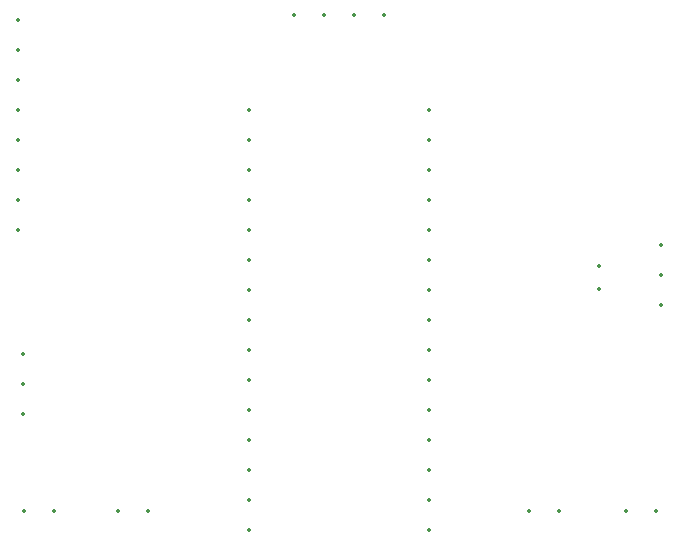
<source format=gbo>
%TF.GenerationSoftware,KiCad,Pcbnew,8.0.6*%
%TF.CreationDate,2025-04-16T21:55:29+02:00*%
%TF.ProjectId,Autonomous_KiCAD8,4175746f-6e6f-46d6-9f75-735f4b694341,rev?*%
%TF.SameCoordinates,Original*%
%TF.FileFunction,Legend,Bot*%
%TF.FilePolarity,Positive*%
%FSLAX46Y46*%
G04 Gerber Fmt 4.6, Leading zero omitted, Abs format (unit mm)*
G04 Created by KiCad (PCBNEW 8.0.6) date 2025-04-16 21:55:29*
%MOMM*%
%LPD*%
G01*
G04 APERTURE LIST*
%ADD10C,0.350000*%
G04 APERTURE END LIST*
D10*
X141800000Y-91020000D03*
X141800000Y-88480000D03*
X141800000Y-85940000D03*
X141800000Y-83400000D03*
X141800000Y-80860000D03*
X141800000Y-78320000D03*
X141800000Y-75780000D03*
X141800000Y-73240000D03*
X165170000Y-72800000D03*
X167710000Y-72800000D03*
X170250000Y-72800000D03*
X172790000Y-72800000D03*
X191000000Y-94027400D03*
X191000000Y-96027400D03*
X185060000Y-114800000D03*
X187600000Y-114800000D03*
X152800000Y-114800000D03*
X150260000Y-114800000D03*
X142200000Y-101520000D03*
X142200000Y-104060000D03*
X142200000Y-106600000D03*
X196200000Y-92260000D03*
X196200000Y-94800000D03*
X196200000Y-97340000D03*
X195800000Y-114800000D03*
X193260000Y-114800000D03*
X142260000Y-114800000D03*
X144800000Y-114800000D03*
X161360000Y-80840000D03*
X161360000Y-83380000D03*
X161360000Y-85920000D03*
X161360000Y-88460000D03*
X161360000Y-91000000D03*
X161360000Y-93540000D03*
X161360000Y-96080000D03*
X161360000Y-98620000D03*
X161360000Y-101160000D03*
X161360000Y-103700000D03*
X161360000Y-106240000D03*
X161360000Y-108780000D03*
X161360000Y-111320000D03*
X161360000Y-113860000D03*
X161360000Y-116400000D03*
X176600000Y-116400000D03*
X176600000Y-113860000D03*
X176600000Y-111320000D03*
X176600000Y-108780000D03*
X176600000Y-106240000D03*
X176600000Y-103700000D03*
X176600000Y-101160000D03*
X176600000Y-98620000D03*
X176600000Y-96080000D03*
X176600000Y-93540000D03*
X176600000Y-91000000D03*
X176600000Y-88460000D03*
X176600000Y-85920000D03*
X176600000Y-83380000D03*
X176600000Y-80840000D03*
M02*

</source>
